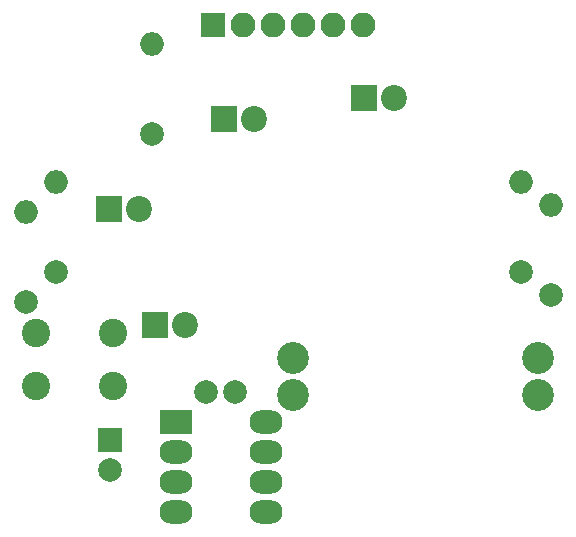
<source format=gts>
G04 #@! TF.FileFunction,Soldermask,Top*
%FSLAX46Y46*%
G04 Gerber Fmt 4.6, Leading zero omitted, Abs format (unit mm)*
G04 Created by KiCad (PCBNEW 4.0.6) date 07/01/17 22:44:06*
%MOMM*%
%LPD*%
G01*
G04 APERTURE LIST*
%ADD10C,0.100000*%
%ADD11C,2.700000*%
%ADD12R,2.000000X2.000000*%
%ADD13C,2.000000*%
%ADD14O,2.000000X2.000000*%
%ADD15R,2.800000X2.000000*%
%ADD16O,2.800000X2.000000*%
%ADD17R,2.200000X2.200000*%
%ADD18C,2.200000*%
%ADD19R,2.100000X2.100000*%
%ADD20O,2.100000X2.100000*%
%ADD21C,2.400000*%
G04 APERTURE END LIST*
D10*
D11*
X170420000Y-106910000D03*
X170420000Y-103810000D03*
X149620000Y-106910000D03*
X149620000Y-103810000D03*
D12*
X134112000Y-110744000D03*
D13*
X134112000Y-113244000D03*
X129540000Y-96520000D03*
D14*
X129540000Y-88900000D03*
D15*
X139700000Y-109220000D03*
D16*
X147320000Y-116840000D03*
X139700000Y-111760000D03*
X147320000Y-114300000D03*
X139700000Y-114300000D03*
X147320000Y-111760000D03*
X139700000Y-116840000D03*
X147320000Y-109220000D03*
D13*
X142240000Y-106680000D03*
X144740000Y-106680000D03*
D17*
X155625800Y-81752440D03*
D18*
X158165800Y-81752440D03*
D17*
X143845280Y-83520280D03*
D18*
X146385280Y-83520280D03*
D17*
X134066280Y-91119960D03*
D18*
X136606280Y-91119960D03*
D17*
X137922000Y-100954840D03*
D18*
X140462000Y-100954840D03*
D13*
X171450000Y-98425000D03*
D14*
X171450000Y-90805000D03*
D13*
X168910000Y-96520000D03*
D14*
X168910000Y-88900000D03*
D13*
X127000000Y-99060000D03*
D14*
X127000000Y-91440000D03*
D19*
X142875000Y-75565000D03*
D20*
X145415000Y-75565000D03*
X147955000Y-75565000D03*
X150495000Y-75565000D03*
X153035000Y-75565000D03*
X155575000Y-75565000D03*
D13*
X137668000Y-84836000D03*
D14*
X137668000Y-77216000D03*
D21*
X134366000Y-101672000D03*
X134366000Y-106172000D03*
X127866000Y-101672000D03*
X127866000Y-106172000D03*
M02*

</source>
